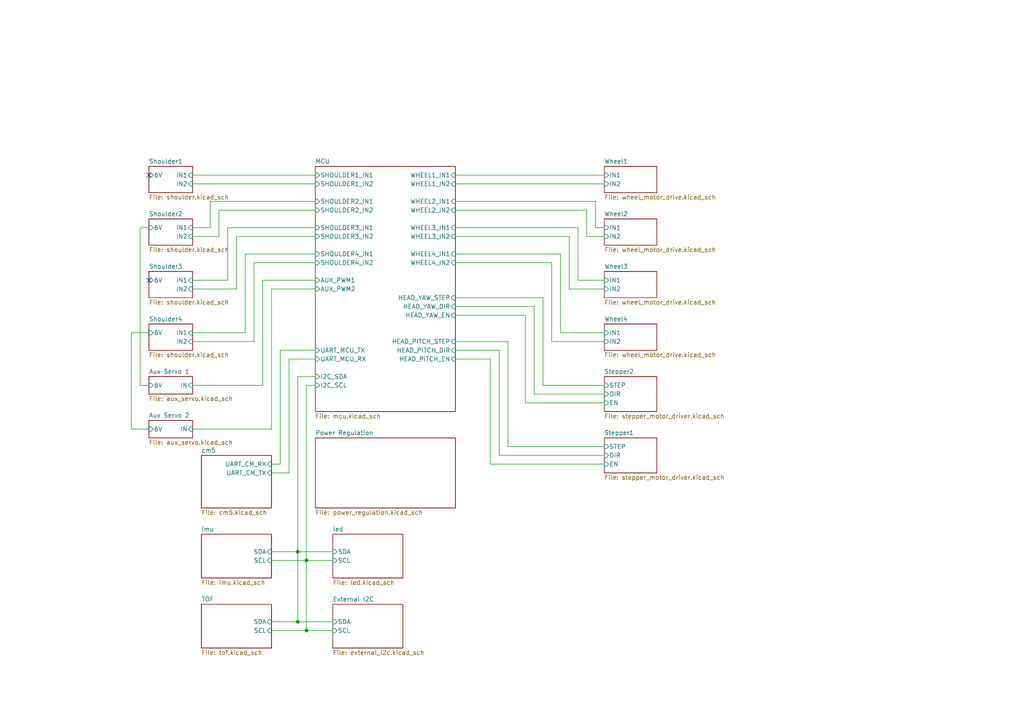
<source format=kicad_sch>
(kicad_sch
	(version 20250114)
	(generator "eeschema")
	(generator_version "9.0")
	(uuid "2d683b82-bb1f-4b9d-bdef-4d51839c064e")
	(paper "A4")
	(lib_symbols)
	(junction
		(at 86.36 160.02)
		(diameter 0)
		(color 0 0 0 0)
		(uuid "2d03cb88-afd3-46b7-ad86-9273017fca7d")
	)
	(junction
		(at 88.9 182.88)
		(diameter 0)
		(color 0 0 0 0)
		(uuid "3215d41e-6b96-4ab2-a8c7-69ea4d69fab3")
	)
	(junction
		(at 88.9 162.56)
		(diameter 0)
		(color 0 0 0 0)
		(uuid "75d20f1a-de97-4ce0-ab45-da8c043ee106")
	)
	(junction
		(at 86.36 180.34)
		(diameter 0)
		(color 0 0 0 0)
		(uuid "b929071d-f495-4ea2-977b-087d6efa8917")
	)
	(no_connect
		(at 43.18 81.28)
		(uuid "2dc73e6a-66fe-444a-b8a9-273ab045a96b")
	)
	(no_connect
		(at 43.18 50.8)
		(uuid "852ea22c-6582-4308-bc63-814d72507bf2")
	)
	(wire
		(pts
			(xy 81.28 101.6) (xy 91.44 101.6)
		)
		(stroke
			(width 0)
			(type default)
		)
		(uuid "01bbe7bc-1dbf-49d2-b274-b4645d99a725")
	)
	(wire
		(pts
			(xy 91.44 66.04) (xy 66.04 66.04)
		)
		(stroke
			(width 0)
			(type default)
		)
		(uuid "06b9e52f-adda-41af-8db4-f78de5567cc6")
	)
	(wire
		(pts
			(xy 132.08 88.9) (xy 154.94 88.9)
		)
		(stroke
			(width 0)
			(type default)
		)
		(uuid "08ed453a-06a3-439a-8fc4-bcfdec175f8a")
	)
	(wire
		(pts
			(xy 60.96 58.42) (xy 60.96 66.04)
		)
		(stroke
			(width 0)
			(type default)
		)
		(uuid "095a26bf-7c22-45d6-9d3a-be535b6dad0e")
	)
	(wire
		(pts
			(xy 152.4 116.84) (xy 152.4 91.44)
		)
		(stroke
			(width 0)
			(type default)
		)
		(uuid "09770c7c-8d08-4211-ab6d-3e382151ebcb")
	)
	(wire
		(pts
			(xy 162.56 96.52) (xy 162.56 73.66)
		)
		(stroke
			(width 0)
			(type default)
		)
		(uuid "11b79861-471e-4eed-8ef0-93305e49ff79")
	)
	(wire
		(pts
			(xy 83.82 104.14) (xy 91.44 104.14)
		)
		(stroke
			(width 0)
			(type default)
		)
		(uuid "12cb700d-97c2-489a-9088-38b5940a7587")
	)
	(wire
		(pts
			(xy 154.94 88.9) (xy 154.94 114.3)
		)
		(stroke
			(width 0)
			(type default)
		)
		(uuid "1afa42f8-1c55-4aa7-bc07-c3ef09d19d3a")
	)
	(wire
		(pts
			(xy 86.36 109.22) (xy 91.44 109.22)
		)
		(stroke
			(width 0)
			(type default)
		)
		(uuid "2098e72d-45b3-4fdb-a8b8-eb7253da99a3")
	)
	(wire
		(pts
			(xy 78.74 137.16) (xy 83.82 137.16)
		)
		(stroke
			(width 0)
			(type default)
		)
		(uuid "263819fc-b2c1-46e0-8aa4-b30b5d3e6b23")
	)
	(wire
		(pts
			(xy 165.1 68.58) (xy 165.1 83.82)
		)
		(stroke
			(width 0)
			(type default)
		)
		(uuid "28f7be62-1753-415d-a98a-c7ab5a061e16")
	)
	(wire
		(pts
			(xy 55.88 99.06) (xy 73.66 99.06)
		)
		(stroke
			(width 0)
			(type default)
		)
		(uuid "314a0134-4ba5-4ead-b32b-ce2cf08c1535")
	)
	(wire
		(pts
			(xy 91.44 111.76) (xy 88.9 111.76)
		)
		(stroke
			(width 0)
			(type default)
		)
		(uuid "324a7ccc-9101-44ed-9f2e-334cc3cccd32")
	)
	(wire
		(pts
			(xy 154.94 114.3) (xy 175.26 114.3)
		)
		(stroke
			(width 0)
			(type default)
		)
		(uuid "3b9a61b0-c648-4e96-b8bb-a24b82a2fb55")
	)
	(wire
		(pts
			(xy 88.9 162.56) (xy 96.52 162.56)
		)
		(stroke
			(width 0)
			(type default)
		)
		(uuid "42b78f39-997b-4cbe-8ce1-a72b404d0bb0")
	)
	(wire
		(pts
			(xy 157.48 86.36) (xy 132.08 86.36)
		)
		(stroke
			(width 0)
			(type default)
		)
		(uuid "4521a5a0-34ca-4a18-b55b-f01083f0c097")
	)
	(wire
		(pts
			(xy 68.58 83.82) (xy 68.58 68.58)
		)
		(stroke
			(width 0)
			(type default)
		)
		(uuid "45cbb051-42d4-4a63-8350-d36678647467")
	)
	(wire
		(pts
			(xy 73.66 76.2) (xy 91.44 76.2)
		)
		(stroke
			(width 0)
			(type default)
		)
		(uuid "49a889ad-0455-49dd-abd5-759b269572da")
	)
	(wire
		(pts
			(xy 144.78 101.6) (xy 144.78 132.08)
		)
		(stroke
			(width 0)
			(type default)
		)
		(uuid "4dca446f-35a3-4e90-9ac8-1ca65728d8de")
	)
	(wire
		(pts
			(xy 83.82 137.16) (xy 83.82 104.14)
		)
		(stroke
			(width 0)
			(type default)
		)
		(uuid "4ea3acec-3b41-4d0e-a5a9-bbdd51a01aa3")
	)
	(wire
		(pts
			(xy 78.74 160.02) (xy 86.36 160.02)
		)
		(stroke
			(width 0)
			(type default)
		)
		(uuid "533e55c5-adf6-42bb-8068-68e2cea05fa8")
	)
	(wire
		(pts
			(xy 142.24 134.62) (xy 175.26 134.62)
		)
		(stroke
			(width 0)
			(type default)
		)
		(uuid "58c58415-052c-4439-b2d3-30b20ca0957f")
	)
	(wire
		(pts
			(xy 55.88 66.04) (xy 60.96 66.04)
		)
		(stroke
			(width 0)
			(type default)
		)
		(uuid "58cb2a92-50c9-4133-973f-7f1676a49f95")
	)
	(wire
		(pts
			(xy 147.32 129.54) (xy 147.32 99.06)
		)
		(stroke
			(width 0)
			(type default)
		)
		(uuid "598fe220-7fe6-4ce9-821e-c579dc3c02ad")
	)
	(wire
		(pts
			(xy 132.08 53.34) (xy 175.26 53.34)
		)
		(stroke
			(width 0)
			(type default)
		)
		(uuid "63a211ea-6bcd-4e24-b380-f2b21e3ae8b4")
	)
	(wire
		(pts
			(xy 175.26 96.52) (xy 162.56 96.52)
		)
		(stroke
			(width 0)
			(type default)
		)
		(uuid "63b9f8de-2588-4e53-a31d-6c6606cb5947")
	)
	(wire
		(pts
			(xy 160.02 99.06) (xy 175.26 99.06)
		)
		(stroke
			(width 0)
			(type default)
		)
		(uuid "698e3adf-e893-4dce-81d3-3b6adb6cebfd")
	)
	(wire
		(pts
			(xy 86.36 180.34) (xy 86.36 160.02)
		)
		(stroke
			(width 0)
			(type default)
		)
		(uuid "69da1fea-46ad-4dd0-a720-51c6b1b6779f")
	)
	(wire
		(pts
			(xy 91.44 58.42) (xy 60.96 58.42)
		)
		(stroke
			(width 0)
			(type default)
		)
		(uuid "6a04ab17-49ed-4efe-8807-2ef3b7c9d27f")
	)
	(wire
		(pts
			(xy 88.9 182.88) (xy 96.52 182.88)
		)
		(stroke
			(width 0)
			(type default)
		)
		(uuid "6a0b3a70-6100-43fd-965d-a184649d8e35")
	)
	(wire
		(pts
			(xy 55.88 124.46) (xy 78.74 124.46)
		)
		(stroke
			(width 0)
			(type default)
		)
		(uuid "6a761281-becc-4564-8b04-9aec349201a8")
	)
	(wire
		(pts
			(xy 86.36 160.02) (xy 96.52 160.02)
		)
		(stroke
			(width 0)
			(type default)
		)
		(uuid "6ae400dc-8e80-4bdf-8435-715c70f88f05")
	)
	(wire
		(pts
			(xy 172.72 58.42) (xy 132.08 58.42)
		)
		(stroke
			(width 0)
			(type default)
		)
		(uuid "6f98fc3c-5e98-4075-bb2c-f26389c0f8ee")
	)
	(wire
		(pts
			(xy 132.08 68.58) (xy 165.1 68.58)
		)
		(stroke
			(width 0)
			(type default)
		)
		(uuid "700c4f1f-349d-430e-be71-ccea02b0b336")
	)
	(wire
		(pts
			(xy 142.24 104.14) (xy 132.08 104.14)
		)
		(stroke
			(width 0)
			(type default)
		)
		(uuid "71314ebc-f1ed-4efa-af80-41b119132efc")
	)
	(wire
		(pts
			(xy 81.28 134.62) (xy 81.28 101.6)
		)
		(stroke
			(width 0)
			(type default)
		)
		(uuid "71785086-b5ad-46dc-b3bf-0e2f2179ed36")
	)
	(wire
		(pts
			(xy 76.2 81.28) (xy 91.44 81.28)
		)
		(stroke
			(width 0)
			(type default)
		)
		(uuid "75725976-a0c5-4a79-8462-08013e6d6dfa")
	)
	(wire
		(pts
			(xy 66.04 81.28) (xy 55.88 81.28)
		)
		(stroke
			(width 0)
			(type default)
		)
		(uuid "79f2752d-268b-48fe-bd02-c299d41c1098")
	)
	(wire
		(pts
			(xy 152.4 116.84) (xy 175.26 116.84)
		)
		(stroke
			(width 0)
			(type default)
		)
		(uuid "7cb251aa-8525-49bf-a14e-adb6508e9122")
	)
	(wire
		(pts
			(xy 167.64 81.28) (xy 167.64 66.04)
		)
		(stroke
			(width 0)
			(type default)
		)
		(uuid "7f7a1cd3-e767-45cc-a412-07dc6042fc12")
	)
	(wire
		(pts
			(xy 71.12 96.52) (xy 55.88 96.52)
		)
		(stroke
			(width 0)
			(type default)
		)
		(uuid "8109e91e-4500-4267-9752-c107a85ae188")
	)
	(wire
		(pts
			(xy 40.64 111.76) (xy 43.18 111.76)
		)
		(stroke
			(width 0)
			(type default)
		)
		(uuid "8561be1c-5285-49f1-851a-27e195ee050d")
	)
	(wire
		(pts
			(xy 86.36 180.34) (xy 96.52 180.34)
		)
		(stroke
			(width 0)
			(type default)
		)
		(uuid "897c4425-6a1c-42e5-8435-8510c0f92222")
	)
	(wire
		(pts
			(xy 167.64 66.04) (xy 132.08 66.04)
		)
		(stroke
			(width 0)
			(type default)
		)
		(uuid "8c31596b-5d40-4ef1-99ca-0ad936416c41")
	)
	(wire
		(pts
			(xy 142.24 134.62) (xy 142.24 104.14)
		)
		(stroke
			(width 0)
			(type default)
		)
		(uuid "8f24427f-1c37-4ca3-b292-f4350ed22d2c")
	)
	(wire
		(pts
			(xy 147.32 99.06) (xy 132.08 99.06)
		)
		(stroke
			(width 0)
			(type default)
		)
		(uuid "97083af6-a6c5-4047-9e78-bcb05e4a391a")
	)
	(wire
		(pts
			(xy 55.88 50.8) (xy 91.44 50.8)
		)
		(stroke
			(width 0)
			(type default)
		)
		(uuid "97371c74-9818-45a2-8abd-f8f8f329e13a")
	)
	(wire
		(pts
			(xy 55.88 68.58) (xy 63.5 68.58)
		)
		(stroke
			(width 0)
			(type default)
		)
		(uuid "98cde317-b107-4ff2-9fa0-150639cd8d28")
	)
	(wire
		(pts
			(xy 88.9 162.56) (xy 78.74 162.56)
		)
		(stroke
			(width 0)
			(type default)
		)
		(uuid "993bd015-cb95-43c6-9074-22fa21a28e36")
	)
	(wire
		(pts
			(xy 66.04 66.04) (xy 66.04 81.28)
		)
		(stroke
			(width 0)
			(type default)
		)
		(uuid "9f592d09-3a84-4201-8124-c530d05244f7")
	)
	(wire
		(pts
			(xy 38.1 96.52) (xy 38.1 124.46)
		)
		(stroke
			(width 0)
			(type default)
		)
		(uuid "a1f05055-7d2b-472d-98f5-6258c7000cc0")
	)
	(wire
		(pts
			(xy 43.18 66.04) (xy 40.64 66.04)
		)
		(stroke
			(width 0)
			(type default)
		)
		(uuid "a319d1c4-cc20-4a74-8234-88266c9bafe5")
	)
	(wire
		(pts
			(xy 73.66 99.06) (xy 73.66 76.2)
		)
		(stroke
			(width 0)
			(type default)
		)
		(uuid "a6d3cdc6-c7c0-4a5f-8703-790ea30c30c3")
	)
	(wire
		(pts
			(xy 132.08 101.6) (xy 144.78 101.6)
		)
		(stroke
			(width 0)
			(type default)
		)
		(uuid "a7672a94-5ba3-4430-93aa-f875b47323b1")
	)
	(wire
		(pts
			(xy 175.26 81.28) (xy 167.64 81.28)
		)
		(stroke
			(width 0)
			(type default)
		)
		(uuid "a8d6ff9f-5bcc-47e9-9447-a77bac2c02f6")
	)
	(wire
		(pts
			(xy 162.56 73.66) (xy 132.08 73.66)
		)
		(stroke
			(width 0)
			(type default)
		)
		(uuid "aab7c0fa-319c-4fa6-a23f-6e21c57e3f00")
	)
	(wire
		(pts
			(xy 76.2 111.76) (xy 55.88 111.76)
		)
		(stroke
			(width 0)
			(type default)
		)
		(uuid "b36bfb32-46a6-4025-8411-96c1ae10ec53")
	)
	(wire
		(pts
			(xy 170.18 68.58) (xy 175.26 68.58)
		)
		(stroke
			(width 0)
			(type default)
		)
		(uuid "b37c2353-12bd-4a0b-be76-25b79ea643dc")
	)
	(wire
		(pts
			(xy 160.02 76.2) (xy 160.02 99.06)
		)
		(stroke
			(width 0)
			(type default)
		)
		(uuid "c05b7a28-8a6b-44ac-bad1-c678c0ddcfc9")
	)
	(wire
		(pts
			(xy 132.08 76.2) (xy 160.02 76.2)
		)
		(stroke
			(width 0)
			(type default)
		)
		(uuid "c1fa4410-f556-48ca-b39b-cedf991c5765")
	)
	(wire
		(pts
			(xy 55.88 83.82) (xy 68.58 83.82)
		)
		(stroke
			(width 0)
			(type default)
		)
		(uuid "c33ccc69-a324-4329-a9bf-2a3b4e5b96d8")
	)
	(wire
		(pts
			(xy 43.18 96.52) (xy 38.1 96.52)
		)
		(stroke
			(width 0)
			(type default)
		)
		(uuid "c3edf9c0-f6c9-4749-997e-61143d5c1e41")
	)
	(wire
		(pts
			(xy 147.32 129.54) (xy 175.26 129.54)
		)
		(stroke
			(width 0)
			(type default)
		)
		(uuid "c4ccd980-1353-4be2-ac20-3e1b938f87ff")
	)
	(wire
		(pts
			(xy 175.26 66.04) (xy 172.72 66.04)
		)
		(stroke
			(width 0)
			(type default)
		)
		(uuid "c94c26e1-a234-4928-819d-b47c5f8f1e03")
	)
	(wire
		(pts
			(xy 78.74 83.82) (xy 91.44 83.82)
		)
		(stroke
			(width 0)
			(type default)
		)
		(uuid "cb08c497-2024-4a7f-9672-83c6972314f3")
	)
	(wire
		(pts
			(xy 63.5 68.58) (xy 63.5 60.96)
		)
		(stroke
			(width 0)
			(type default)
		)
		(uuid "cdff6628-3132-49db-b400-b4e3f2135267")
	)
	(wire
		(pts
			(xy 55.88 53.34) (xy 91.44 53.34)
		)
		(stroke
			(width 0)
			(type default)
		)
		(uuid "ce8eac7a-d8b5-4fff-9d94-bd87ce502710")
	)
	(wire
		(pts
			(xy 157.48 111.76) (xy 157.48 86.36)
		)
		(stroke
			(width 0)
			(type default)
		)
		(uuid "cecd3125-6c59-4c6c-93bd-4a31c426df91")
	)
	(wire
		(pts
			(xy 88.9 182.88) (xy 78.74 182.88)
		)
		(stroke
			(width 0)
			(type default)
		)
		(uuid "cf54ca82-8c95-4085-9db3-ab20f25209ce")
	)
	(wire
		(pts
			(xy 170.18 60.96) (xy 170.18 68.58)
		)
		(stroke
			(width 0)
			(type default)
		)
		(uuid "d02f54b6-c29d-4524-aaaf-968b6e86bdd1")
	)
	(wire
		(pts
			(xy 68.58 68.58) (xy 91.44 68.58)
		)
		(stroke
			(width 0)
			(type default)
		)
		(uuid "d1c87969-416e-49d1-8911-e6107263bf93")
	)
	(wire
		(pts
			(xy 63.5 60.96) (xy 91.44 60.96)
		)
		(stroke
			(width 0)
			(type default)
		)
		(uuid "d55b6394-53c9-4a2e-a751-852202dac4b5")
	)
	(wire
		(pts
			(xy 91.44 73.66) (xy 71.12 73.66)
		)
		(stroke
			(width 0)
			(type default)
		)
		(uuid "db58118b-d45f-4812-a251-e178b351c7e9")
	)
	(wire
		(pts
			(xy 144.78 132.08) (xy 175.26 132.08)
		)
		(stroke
			(width 0)
			(type default)
		)
		(uuid "ded664af-63d8-4f87-9463-949ff45a9bab")
	)
	(wire
		(pts
			(xy 86.36 109.22) (xy 86.36 160.02)
		)
		(stroke
			(width 0)
			(type default)
		)
		(uuid "df97f241-f354-4cbc-9b49-c876786a316d")
	)
	(wire
		(pts
			(xy 165.1 83.82) (xy 175.26 83.82)
		)
		(stroke
			(width 0)
			(type default)
		)
		(uuid "e15e5d63-7aaf-4ec0-9331-c696c4f43259")
	)
	(wire
		(pts
			(xy 152.4 91.44) (xy 132.08 91.44)
		)
		(stroke
			(width 0)
			(type default)
		)
		(uuid "e2503665-c195-44ad-8b67-ccc6a9d09c67")
	)
	(wire
		(pts
			(xy 78.74 134.62) (xy 81.28 134.62)
		)
		(stroke
			(width 0)
			(type default)
		)
		(uuid "e2cea825-fe3a-4fd1-b84f-058aceac131c")
	)
	(wire
		(pts
			(xy 172.72 66.04) (xy 172.72 58.42)
		)
		(stroke
			(width 0)
			(type default)
		)
		(uuid "e3550afe-99d6-4197-85e9-095a9e52e84a")
	)
	(wire
		(pts
			(xy 76.2 81.28) (xy 76.2 111.76)
		)
		(stroke
			(width 0)
			(type default)
		)
		(uuid "e374b809-0c35-46a4-87c8-41cb5a30c955")
	)
	(wire
		(pts
			(xy 78.74 124.46) (xy 78.74 83.82)
		)
		(stroke
			(width 0)
			(type default)
		)
		(uuid "e3bfde69-92a2-4d1b-ae53-7a100886cd8e")
	)
	(wire
		(pts
			(xy 38.1 124.46) (xy 43.18 124.46)
		)
		(stroke
			(width 0)
			(type default)
		)
		(uuid "e656e567-394e-4bca-aa6b-5acb65e194b0")
	)
	(wire
		(pts
			(xy 71.12 73.66) (xy 71.12 96.52)
		)
		(stroke
			(width 0)
			(type default)
		)
		(uuid "e84de894-63e4-42ba-a147-e20559fa5f19")
	)
	(wire
		(pts
			(xy 78.74 180.34) (xy 86.36 180.34)
		)
		(stroke
			(width 0)
			(type default)
		)
		(uuid "ea313836-a669-402a-8e77-2556aa542b86")
	)
	(wire
		(pts
			(xy 88.9 162.56) (xy 88.9 182.88)
		)
		(stroke
			(width 0)
			(type default)
		)
		(uuid "ee935a10-2895-41ad-91b0-875710c259e6")
	)
	(wire
		(pts
			(xy 157.48 111.76) (xy 175.26 111.76)
		)
		(stroke
			(width 0)
			(type default)
		)
		(uuid "f267c12c-41b2-4213-b7e3-4e1623dbbd3d")
	)
	(wire
		(pts
			(xy 132.08 60.96) (xy 170.18 60.96)
		)
		(stroke
			(width 0)
			(type default)
		)
		(uuid "f6bf2e51-f5d0-43a4-bfda-3aade8550a65")
	)
	(wire
		(pts
			(xy 132.08 50.8) (xy 175.26 50.8)
		)
		(stroke
			(width 0)
			(type default)
		)
		(uuid "fb0529df-77c0-4ed0-b586-2a59eb34b0d7")
	)
	(wire
		(pts
			(xy 40.64 66.04) (xy 40.64 111.76)
		)
		(stroke
			(width 0)
			(type default)
		)
		(uuid "fb555f6e-ccd6-4b9d-bda5-5aca7357bf23")
	)
	(wire
		(pts
			(xy 88.9 111.76) (xy 88.9 162.56)
		)
		(stroke
			(width 0)
			(type default)
		)
		(uuid "fd1048d1-553e-4d3d-bba1-ccd42922656b")
	)
	(sheet
		(at 58.42 175.26)
		(size 20.32 12.7)
		(exclude_from_sim no)
		(in_bom yes)
		(on_board yes)
		(dnp no)
		(fields_autoplaced yes)
		(stroke
			(width 0.1524)
			(type solid)
		)
		(fill
			(color 0 0 0 0.0000)
		)
		(uuid "02539f15-fd26-47ef-b934-a79619d52c06")
		(property "Sheetname" "TOF"
			(at 58.42 174.5484 0)
			(effects
				(font
					(size 1.27 1.27)
				)
				(justify left bottom)
			)
		)
		(property "Sheetfile" "tof.kicad_sch"
			(at 58.42 188.5446 0)
			(effects
				(font
					(size 1.27 1.27)
				)
				(justify left top)
			)
		)
		(pin "SDA" input
			(at 78.74 180.34 0)
			(uuid "e0ccc8e1-8150-4005-9788-be2e121978b1")
			(effects
				(font
					(size 1.27 1.27)
				)
				(justify right)
			)
		)
		(pin "SCL" input
			(at 78.74 182.88 0)
			(uuid "8be9054e-dd93-4521-9614-17f4cc3a06ad")
			(effects
				(font
					(size 1.27 1.27)
				)
				(justify right)
			)
		)
		(instances
			(project "alarmbot"
				(path "/2d683b82-bb1f-4b9d-bdef-4d51839c064e"
					(page "15")
				)
			)
		)
	)
	(sheet
		(at 43.18 93.98)
		(size 12.7 7.62)
		(exclude_from_sim no)
		(in_bom yes)
		(on_board yes)
		(dnp no)
		(fields_autoplaced yes)
		(stroke
			(width 0.1524)
			(type solid)
		)
		(fill
			(color 0 0 0 0.0000)
		)
		(uuid "0b160db8-996f-41a1-a7bc-48c18ae83acd")
		(property "Sheetname" "Shoulder4"
			(at 43.18 93.2684 0)
			(effects
				(font
					(size 1.27 1.27)
				)
				(justify left bottom)
			)
		)
		(property "Sheetfile" "shoulder.kicad_sch"
			(at 43.18 102.1846 0)
			(effects
				(font
					(size 1.27 1.27)
				)
				(justify left top)
			)
		)
		(pin "IN1" input
			(at 55.88 96.52 0)
			(uuid "2fa8e163-ee47-479b-95d2-688ed6e1d005")
			(effects
				(font
					(size 1.27 1.27)
				)
				(justify right)
			)
		)
		(pin "IN2" input
			(at 55.88 99.06 0)
			(uuid "312e3a84-bbae-4b62-9221-d8f8cbd69313")
			(effects
				(font
					(size 1.27 1.27)
				)
				(justify right)
			)
		)
		(pin "6V" input
			(at 43.18 96.52 180)
			(uuid "160534c3-8f3e-410e-90f0-0b5b58d5c3eb")
			(effects
				(font
					(size 1.27 1.27)
				)
				(justify left)
			)
		)
		(instances
			(project "alarmbot"
				(path "/2d683b82-bb1f-4b9d-bdef-4d51839c064e"
					(page "19")
				)
			)
		)
	)
	(sheet
		(at 43.18 63.5)
		(size 12.7 7.62)
		(exclude_from_sim no)
		(in_bom yes)
		(on_board yes)
		(dnp no)
		(fields_autoplaced yes)
		(stroke
			(width 0.1524)
			(type solid)
		)
		(fill
			(color 0 0 0 0.0000)
		)
		(uuid "37ccf87b-80ca-4e47-8b1b-433f77ae32f1")
		(property "Sheetname" "Shoulder2"
			(at 43.18 62.7884 0)
			(effects
				(font
					(size 1.27 1.27)
				)
				(justify left bottom)
			)
		)
		(property "Sheetfile" "shoulder.kicad_sch"
			(at 43.18 71.7046 0)
			(effects
				(font
					(size 1.27 1.27)
				)
				(justify left top)
			)
		)
		(pin "IN1" input
			(at 55.88 66.04 0)
			(uuid "667078e7-b3b3-40c5-8c58-581eda3505ee")
			(effects
				(font
					(size 1.27 1.27)
				)
				(justify right)
			)
		)
		(pin "IN2" input
			(at 55.88 68.58 0)
			(uuid "0e7ea0a3-dbac-4a04-9398-7d882a5f1aa3")
			(effects
				(font
					(size 1.27 1.27)
				)
				(justify right)
			)
		)
		(pin "6V" input
			(at 43.18 66.04 180)
			(uuid "e40e7c69-59b3-4a05-bcfb-2df8856ff1a9")
			(effects
				(font
					(size 1.27 1.27)
				)
				(justify left)
			)
		)
		(instances
			(project "alarmbot"
				(path "/2d683b82-bb1f-4b9d-bdef-4d51839c064e"
					(page "17")
				)
			)
		)
	)
	(sheet
		(at 175.26 109.22)
		(size 15.24 10.16)
		(exclude_from_sim no)
		(in_bom yes)
		(on_board yes)
		(dnp no)
		(fields_autoplaced yes)
		(stroke
			(width 0.1524)
			(type solid)
		)
		(fill
			(color 0 0 0 0.0000)
		)
		(uuid "414579e7-9163-43fe-a5be-076c29ab478b")
		(property "Sheetname" "Stepper2"
			(at 175.26 108.5084 0)
			(effects
				(font
					(size 1.27 1.27)
				)
				(justify left bottom)
			)
		)
		(property "Sheetfile" "stepper_motor_driver.kicad_sch"
			(at 175.26 119.9646 0)
			(effects
				(font
					(size 1.27 1.27)
				)
				(justify left top)
			)
		)
		(pin "DIR" input
			(at 175.26 114.3 180)
			(uuid "7a5ff5e9-6f1f-495d-85ba-6d566d0bec3c")
			(effects
				(font
					(size 1.27 1.27)
				)
				(justify left)
			)
		)
		(pin "STEP" input
			(at 175.26 111.76 180)
			(uuid "cfd85c80-317a-4b29-8cbb-0e12d3f32e5b")
			(effects
				(font
					(size 1.27 1.27)
				)
				(justify left)
			)
		)
		(pin "EN" input
			(at 175.26 116.84 180)
			(uuid "7148d9bf-17a3-4243-814f-74e37dd68bea")
			(effects
				(font
					(size 1.27 1.27)
				)
				(justify left)
			)
		)
		(instances
			(project "alarmbot"
				(path "/2d683b82-bb1f-4b9d-bdef-4d51839c064e"
					(page "8")
				)
			)
		)
	)
	(sheet
		(at 175.26 93.98)
		(size 15.24 7.62)
		(exclude_from_sim no)
		(in_bom yes)
		(on_board yes)
		(dnp no)
		(fields_autoplaced yes)
		(stroke
			(width 0.1524)
			(type solid)
		)
		(fill
			(color 0 0 0 0.0000)
		)
		(uuid "4a142a78-f6ae-40cf-a18b-4bf41de79bb0")
		(property "Sheetname" "Wheel4"
			(at 175.26 93.2684 0)
			(effects
				(font
					(size 1.27 1.27)
				)
				(justify left bottom)
			)
		)
		(property "Sheetfile" "wheel_motor_drive.kicad_sch"
			(at 175.26 102.1846 0)
			(effects
				(font
					(size 1.27 1.27)
				)
				(justify left top)
			)
		)
		(pin "IN2" input
			(at 175.26 99.06 180)
			(uuid "a9e4a22a-e535-4ae8-8720-5c0dd7f5e7b2")
			(effects
				(font
					(size 1.27 1.27)
				)
				(justify left)
			)
		)
		(pin "IN1" input
			(at 175.26 96.52 180)
			(uuid "936167ac-4722-462a-b4d3-1b3032e56911")
			(effects
				(font
					(size 1.27 1.27)
				)
				(justify left)
			)
		)
		(instances
			(project "alarmbot"
				(path "/2d683b82-bb1f-4b9d-bdef-4d51839c064e"
					(page "5")
				)
			)
		)
	)
	(sheet
		(at 175.26 48.26)
		(size 15.24 7.62)
		(exclude_from_sim no)
		(in_bom yes)
		(on_board yes)
		(dnp no)
		(fields_autoplaced yes)
		(stroke
			(width 0.1524)
			(type solid)
		)
		(fill
			(color 0 0 0 0.0000)
		)
		(uuid "52e8b624-03e3-4616-92bf-a2351df97faf")
		(property "Sheetname" "Wheel1"
			(at 175.26 47.5484 0)
			(effects
				(font
					(size 1.27 1.27)
				)
				(justify left bottom)
			)
		)
		(property "Sheetfile" "wheel_motor_drive.kicad_sch"
			(at 175.26 56.4646 0)
			(effects
				(font
					(size 1.27 1.27)
				)
				(justify left top)
			)
		)
		(pin "IN2" input
			(at 175.26 53.34 180)
			(uuid "b8a6dc8e-37b4-4da2-a6fd-b3eff1868df8")
			(effects
				(font
					(size 1.27 1.27)
				)
				(justify left)
			)
		)
		(pin "IN1" input
			(at 175.26 50.8 180)
			(uuid "1e2bd9e3-3cc9-4887-b8ef-03807dc8f4d0")
			(effects
				(font
					(size 1.27 1.27)
				)
				(justify left)
			)
		)
		(instances
			(project "alarmbot"
				(path "/2d683b82-bb1f-4b9d-bdef-4d51839c064e"
					(page "2")
				)
			)
		)
	)
	(sheet
		(at 43.18 48.26)
		(size 12.7 7.62)
		(exclude_from_sim no)
		(in_bom yes)
		(on_board yes)
		(dnp no)
		(fields_autoplaced yes)
		(stroke
			(width 0.1524)
			(type solid)
		)
		(fill
			(color 0 0 0 0.0000)
		)
		(uuid "6f3fc0f5-dcc4-45fa-b1c2-b8c1de7e5d73")
		(property "Sheetname" "Shoulder1"
			(at 43.18 47.5484 0)
			(effects
				(font
					(size 1.27 1.27)
				)
				(justify left bottom)
			)
		)
		(property "Sheetfile" "shoulder.kicad_sch"
			(at 43.18 56.4646 0)
			(effects
				(font
					(size 1.27 1.27)
				)
				(justify left top)
			)
		)
		(pin "IN1" input
			(at 55.88 50.8 0)
			(uuid "3d87d325-d41a-485c-88de-bdbb77daf8a6")
			(effects
				(font
					(size 1.27 1.27)
				)
				(justify right)
			)
		)
		(pin "IN2" input
			(at 55.88 53.34 0)
			(uuid "e5f7278c-eb39-4b87-87e3-47677479bc20")
			(effects
				(font
					(size 1.27 1.27)
				)
				(justify right)
			)
		)
		(pin "6V" input
			(at 43.18 50.8 180)
			(uuid "e2637c1a-a702-4b5f-b434-3753f153393e")
			(effects
				(font
					(size 1.27 1.27)
				)
				(justify left)
			)
		)
		(instances
			(project "alarmbot"
				(path "/2d683b82-bb1f-4b9d-bdef-4d51839c064e"
					(page "10")
				)
			)
		)
	)
	(sheet
		(at 58.42 132.08)
		(size 20.32 15.24)
		(exclude_from_sim no)
		(in_bom yes)
		(on_board yes)
		(dnp no)
		(fields_autoplaced yes)
		(stroke
			(width 0.1524)
			(type solid)
		)
		(fill
			(color 0 0 0 0.0000)
		)
		(uuid "75a38997-97f8-4adc-9dad-60afe545bcde")
		(property "Sheetname" "cm5"
			(at 58.42 131.3684 0)
			(effects
				(font
					(size 1.27 1.27)
				)
				(justify left bottom)
			)
		)
		(property "Sheetfile" "cm5.kicad_sch"
			(at 58.42 147.9046 0)
			(effects
				(font
					(size 1.27 1.27)
				)
				(justify left top)
			)
		)
		(pin "UART_CM_RX" input
			(at 78.74 134.62 0)
			(uuid "05e8db6f-7ad2-4299-81ec-70bb7d71d066")
			(effects
				(font
					(size 1.27 1.27)
				)
				(justify right)
			)
		)
		(pin "UART_CM_TX" input
			(at 78.74 137.16 0)
			(uuid "851d1bcf-111e-4a9d-a65a-cb47d5e69c2f")
			(effects
				(font
					(size 1.27 1.27)
				)
				(justify right)
			)
		)
		(instances
			(project "alarmbot"
				(path "/2d683b82-bb1f-4b9d-bdef-4d51839c064e"
					(page "11")
				)
			)
		)
	)
	(sheet
		(at 58.42 154.94)
		(size 20.32 12.7)
		(exclude_from_sim no)
		(in_bom yes)
		(on_board yes)
		(dnp no)
		(fields_autoplaced yes)
		(stroke
			(width 0.1524)
			(type solid)
		)
		(fill
			(color 0 0 0 0.0000)
		)
		(uuid "776924d4-fe64-49f4-a4e1-8d8ba81dfa07")
		(property "Sheetname" "imu"
			(at 58.42 154.2284 0)
			(effects
				(font
					(size 1.27 1.27)
				)
				(justify left bottom)
			)
		)
		(property "Sheetfile" "imu.kicad_sch"
			(at 58.42 168.2246 0)
			(effects
				(font
					(size 1.27 1.27)
				)
				(justify left top)
			)
		)
		(pin "SCL" input
			(at 78.74 162.56 0)
			(uuid "d1546d6e-0e0a-43ab-ad6a-e560e589b60d")
			(effects
				(font
					(size 1.27 1.27)
				)
				(justify right)
			)
		)
		(pin "SDA" input
			(at 78.74 160.02 0)
			(uuid "856f7f5d-ed83-46dc-8617-3ea82f67546b")
			(effects
				(font
					(size 1.27 1.27)
				)
				(justify right)
			)
		)
		(instances
			(project "alarmbot"
				(path "/2d683b82-bb1f-4b9d-bdef-4d51839c064e"
					(page "12")
				)
			)
		)
	)
	(sheet
		(at 96.52 154.94)
		(size 20.32 12.7)
		(exclude_from_sim no)
		(in_bom yes)
		(on_board yes)
		(dnp no)
		(fields_autoplaced yes)
		(stroke
			(width 0.1524)
			(type solid)
		)
		(fill
			(color 0 0 0 0.0000)
		)
		(uuid "7e492754-7eb0-4f1e-9ddf-50f26c8ac92d")
		(property "Sheetname" "led"
			(at 96.52 154.2284 0)
			(effects
				(font
					(size 1.27 1.27)
				)
				(justify left bottom)
			)
		)
		(property "Sheetfile" "led.kicad_sch"
			(at 96.52 168.2246 0)
			(effects
				(font
					(size 1.27 1.27)
				)
				(justify left top)
			)
		)
		(pin "SCL" input
			(at 96.52 162.56 180)
			(uuid "0d2f478c-dad0-4375-967b-c122a3ccea41")
			(effects
				(font
					(size 1.27 1.27)
				)
				(justify left)
			)
		)
		(pin "SDA" input
			(at 96.52 160.02 180)
			(uuid "0842f863-8cba-4151-8832-4d07a0d43667")
			(effects
				(font
					(size 1.27 1.27)
				)
				(justify left)
			)
		)
		(instances
			(project "alarmbot"
				(path "/2d683b82-bb1f-4b9d-bdef-4d51839c064e"
					(page "22")
				)
			)
		)
	)
	(sheet
		(at 175.26 78.74)
		(size 15.24 7.62)
		(exclude_from_sim no)
		(in_bom yes)
		(on_board yes)
		(dnp no)
		(fields_autoplaced yes)
		(stroke
			(width 0.1524)
			(type solid)
		)
		(fill
			(color 0 0 0 0.0000)
		)
		(uuid "8316a6dc-8176-4b8b-a537-eebe6dfeea59")
		(property "Sheetname" "Wheel3"
			(at 175.26 78.0284 0)
			(effects
				(font
					(size 1.27 1.27)
				)
				(justify left bottom)
			)
		)
		(property "Sheetfile" "wheel_motor_drive.kicad_sch"
			(at 175.26 86.9446 0)
			(effects
				(font
					(size 1.27 1.27)
				)
				(justify left top)
			)
		)
		(pin "IN2" input
			(at 175.26 83.82 180)
			(uuid "18d8b700-2a0e-4bd9-bf42-9553291b37d6")
			(effects
				(font
					(size 1.27 1.27)
				)
				(justify left)
			)
		)
		(pin "IN1" input
			(at 175.26 81.28 180)
			(uuid "edbb1e00-92d6-46ef-9f0d-c699981e8042")
			(effects
				(font
					(size 1.27 1.27)
				)
				(justify left)
			)
		)
		(instances
			(project "alarmbot"
				(path "/2d683b82-bb1f-4b9d-bdef-4d51839c064e"
					(page "4")
				)
			)
		)
	)
	(sheet
		(at 43.18 121.92)
		(size 12.7 5.08)
		(exclude_from_sim no)
		(in_bom yes)
		(on_board yes)
		(dnp no)
		(fields_autoplaced yes)
		(stroke
			(width 0.1524)
			(type solid)
		)
		(fill
			(color 0 0 0 0.0000)
		)
		(uuid "94fcfebc-9175-4741-af7a-480e2c871290")
		(property "Sheetname" "Aux Servo 2"
			(at 43.18 121.2084 0)
			(effects
				(font
					(size 1.27 1.27)
				)
				(justify left bottom)
			)
		)
		(property "Sheetfile" "aux_servo.kicad_sch"
			(at 43.18 127.5846 0)
			(effects
				(font
					(size 1.27 1.27)
				)
				(justify left top)
			)
		)
		(pin "6V" input
			(at 43.18 124.46 180)
			(uuid "364ff239-5418-42ad-a354-95aee80a79e6")
			(effects
				(font
					(size 1.27 1.27)
				)
				(justify left)
			)
		)
		(pin "IN" input
			(at 55.88 124.46 0)
			(uuid "f4bcd408-6f2b-4833-802d-48189bb7c01c")
			(effects
				(font
					(size 1.27 1.27)
				)
				(justify right)
			)
		)
		(instances
			(project "alarmbot"
				(path "/2d683b82-bb1f-4b9d-bdef-4d51839c064e"
					(page "20")
				)
			)
		)
	)
	(sheet
		(at 91.44 48.26)
		(size 40.64 71.12)
		(exclude_from_sim no)
		(in_bom yes)
		(on_board yes)
		(dnp no)
		(fields_autoplaced yes)
		(stroke
			(width 0.1524)
			(type solid)
		)
		(fill
			(color 0 0 0 0.0000)
		)
		(uuid "9af5d045-3a50-4d71-893f-b2ce3b6794b4")
		(property "Sheetname" "MCU"
			(at 91.44 47.5484 0)
			(effects
				(font
					(size 1.27 1.27)
				)
				(justify left bottom)
			)
		)
		(property "Sheetfile" "mcu.kicad_sch"
			(at 91.44 119.9646 0)
			(effects
				(font
					(size 1.27 1.27)
				)
				(justify left top)
			)
		)
		(pin "WHEEL1_IN1" input
			(at 132.08 50.8 0)
			(uuid "241ed447-1ea1-4f70-8068-774042c1c19d")
			(effects
				(font
					(size 1.27 1.27)
				)
				(justify right)
			)
		)
		(pin "WHEEL1_IN2" input
			(at 132.08 53.34 0)
			(uuid "46a839fe-4f06-4b8a-b0b8-88100b7f95f6")
			(effects
				(font
					(size 1.27 1.27)
				)
				(justify right)
			)
		)
		(pin "WHEEL2_IN1" input
			(at 132.08 58.42 0)
			(uuid "3746f37f-a738-4c48-88ce-53dbc4916f78")
			(effects
				(font
					(size 1.27 1.27)
				)
				(justify right)
			)
		)
		(pin "WHEEL2_IN2" input
			(at 132.08 60.96 0)
			(uuid "8d45bef0-a220-4baa-a163-66fc5e4a760c")
			(effects
				(font
					(size 1.27 1.27)
				)
				(justify right)
			)
		)
		(pin "WHEEL3_IN1" input
			(at 132.08 66.04 0)
			(uuid "3c903d68-7077-43dd-b8fc-8cd9b996ceea")
			(effects
				(font
					(size 1.27 1.27)
				)
				(justify right)
			)
		)
		(pin "WHEEL3_IN2" input
			(at 132.08 68.58 0)
			(uuid "ca3bc597-c86d-4d67-ad6a-710d925abe1b")
			(effects
				(font
					(size 1.27 1.27)
				)
				(justify right)
			)
		)
		(pin "WHEEL4_IN1" input
			(at 132.08 73.66 0)
			(uuid "a01ae7eb-6eb5-4013-b365-959bcd9e157a")
			(effects
				(font
					(size 1.27 1.27)
				)
				(justify right)
			)
		)
		(pin "WHEEL4_IN2" input
			(at 132.08 76.2 0)
			(uuid "3622553e-9a5d-4579-884e-283f06b76262")
			(effects
				(font
					(size 1.27 1.27)
				)
				(justify right)
			)
		)
		(pin "HEAD_YAW_STEP" input
			(at 132.08 86.36 0)
			(uuid "68247b7c-b063-4a60-a288-f3664d6bf222")
			(effects
				(font
					(size 1.27 1.27)
				)
				(justify right)
			)
		)
		(pin "HEAD_YAW_DIR" input
			(at 132.08 88.9 0)
			(uuid "3790c695-dfcc-4bf8-84f3-0b06a2c5a652")
			(effects
				(font
					(size 1.27 1.27)
				)
				(justify right)
			)
		)
		(pin "HEAD_PITCH_STEP" input
			(at 132.08 99.06 0)
			(uuid "e6f2d4f6-618f-4cb2-8461-4548171b09aa")
			(effects
				(font
					(size 1.27 1.27)
				)
				(justify right)
			)
		)
		(pin "HEAD_PITCH_DIR" input
			(at 132.08 101.6 0)
			(uuid "df8ffafa-70c7-4b19-a0e0-ebc6abb174a8")
			(effects
				(font
					(size 1.27 1.27)
				)
				(justify right)
			)
		)
		(pin "HEAD_YAW_EN" input
			(at 132.08 91.44 0)
			(uuid "465d249f-3c70-4278-8ec7-d8b3b8e2fad4")
			(effects
				(font
					(size 1.27 1.27)
				)
				(justify right)
			)
		)
		(pin "HEAD_PITCH_EN" input
			(at 132.08 104.14 0)
			(uuid "4f8ba889-8ba6-4498-a3e6-0156687d674e")
			(effects
				(font
					(size 1.27 1.27)
				)
				(justify right)
			)
		)
		(pin "SHOULDER1_IN2" input
			(at 91.44 53.34 180)
			(uuid "0db219b2-a8c3-4687-a488-6a784043503e")
			(effects
				(font
					(size 1.27 1.27)
				)
				(justify left)
			)
		)
		(pin "SHOULDER1_IN1" input
			(at 91.44 50.8 180)
			(uuid "1d3e18e7-668c-44bd-8644-43a2aec4b2d7")
			(effects
				(font
					(size 1.27 1.27)
				)
				(justify left)
			)
		)
		(pin "SHOULDER2_IN1" input
			(at 91.44 58.42 180)
			(uuid "ae03cd41-3336-4d41-994d-0605ec003abc")
			(effects
				(font
					(size 1.27 1.27)
				)
				(justify left)
			)
		)
		(pin "SHOULDER2_IN2" input
			(at 91.44 60.96 180)
			(uuid "6389e46f-1ee6-4fd3-9224-a23e655ed799")
			(effects
				(font
					(size 1.27 1.27)
				)
				(justify left)
			)
		)
		(pin "SHOULDER3_IN1" input
			(at 91.44 66.04 180)
			(uuid "3fe06f9f-2666-4886-a780-198ee7b781dd")
			(effects
				(font
					(size 1.27 1.27)
				)
				(justify left)
			)
		)
		(pin "SHOULDER3_IN2" input
			(at 91.44 68.58 180)
			(uuid "e8085ed6-1222-421a-859d-669382d761a2")
			(effects
				(font
					(size 1.27 1.27)
				)
				(justify left)
			)
		)
		(pin "SHOULDER4_IN1" input
			(at 91.44 73.66 180)
			(uuid "8a44271e-4a4f-44d5-b8b8-0cd37f50899d")
			(effects
				(font
					(size 1.27 1.27)
				)
				(justify left)
			)
		)
		(pin "SHOULDER4_IN2" input
			(at 91.44 76.2 180)
			(uuid "820ced96-e11f-473d-a839-57c1ee6c5e26")
			(effects
				(font
					(size 1.27 1.27)
				)
				(justify left)
			)
		)
		(pin "I2C_SDA" input
			(at 91.44 109.22 180)
			(uuid "34e6b575-6b9f-4114-8e93-d20ce715298d")
			(effects
				(font
					(size 1.27 1.27)
				)
				(justify left)
			)
		)
		(pin "I2C_SCL" input
			(at 91.44 111.76 180)
			(uuid "61e0024c-1d36-4de4-b2c7-0ecf716802e8")
			(effects
				(font
					(size 1.27 1.27)
				)
				(justify left)
			)
		)
		(pin "UART_MCU_TX" input
			(at 91.44 101.6 180)
			(uuid "4e1b83b2-e029-408c-8576-be60b27aa033")
			(effects
				(font
					(size 1.27 1.27)
				)
				(justify left)
			)
		)
		(pin "UART_MCU_RX" input
			(at 91.44 104.14 180)
			(uuid "09bbe4d5-f64b-484d-a452-b63ee28f13ce")
			(effects
				(font
					(size 1.27 1.27)
				)
				(justify left)
			)
		)
		(pin "AUX_PWM1" input
			(at 91.44 81.28 180)
			(uuid "283b8f3a-5911-4f5c-b587-c034329aaa6d")
			(effects
				(font
					(size 1.27 1.27)
				)
				(justify left)
			)
		)
		(pin "AUX_PWM2" input
			(at 91.44 83.82 180)
			(uuid "54282845-2ff7-4e3c-bdff-87f2a18056da")
			(effects
				(font
					(size 1.27 1.27)
				)
				(justify left)
			)
		)
		(instances
			(project "alarmbot"
				(path "/2d683b82-bb1f-4b9d-bdef-4d51839c064e"
					(page "7")
				)
			)
		)
	)
	(sheet
		(at 91.44 127)
		(size 40.64 20.32)
		(exclude_from_sim no)
		(in_bom yes)
		(on_board yes)
		(dnp no)
		(fields_autoplaced yes)
		(stroke
			(width 0.1524)
			(type solid)
		)
		(fill
			(color 0 0 0 0.0000)
		)
		(uuid "b133899e-9ce4-44e8-9325-2e5c6afaa493")
		(property "Sheetname" "Power Regulation"
			(at 91.44 126.2884 0)
			(effects
				(font
					(size 1.27 1.27)
				)
				(justify left bottom)
			)
		)
		(property "Sheetfile" "power_regulation.kicad_sch"
			(at 91.44 147.9046 0)
			(effects
				(font
					(size 1.27 1.27)
				)
				(justify left top)
			)
		)
		(instances
			(project "alarmbot"
				(path "/2d683b82-bb1f-4b9d-bdef-4d51839c064e"
					(page "9")
				)
			)
		)
	)
	(sheet
		(at 96.52 175.26)
		(size 20.32 12.7)
		(exclude_from_sim no)
		(in_bom yes)
		(on_board yes)
		(dnp no)
		(fields_autoplaced yes)
		(stroke
			(width 0.1524)
			(type solid)
		)
		(fill
			(color 0 0 0 0.0000)
		)
		(uuid "b1700953-9d66-4457-8217-89fea7c6e6c0")
		(property "Sheetname" "External I2C"
			(at 96.52 174.5484 0)
			(effects
				(font
					(size 1.27 1.27)
				)
				(justify left bottom)
			)
		)
		(property "Sheetfile" "external_i2c.kicad_sch"
			(at 96.52 188.5446 0)
			(effects
				(font
					(size 1.27 1.27)
				)
				(justify left top)
			)
		)
		(pin "SDA" input
			(at 96.52 180.34 180)
			(uuid "65bbcd53-6071-4f76-97a6-8458e232a7b6")
			(effects
				(font
					(size 1.27 1.27)
				)
				(justify left)
			)
		)
		(pin "SCL" input
			(at 96.52 182.88 180)
			(uuid "6002ec9f-9db7-423a-87c4-5b3dbe4de29d")
			(effects
				(font
					(size 1.27 1.27)
				)
				(justify left)
			)
		)
		(instances
			(project "alarmbot"
				(path "/2d683b82-bb1f-4b9d-bdef-4d51839c064e"
					(page "21")
				)
			)
		)
	)
	(sheet
		(at 43.18 78.74)
		(size 12.7 7.62)
		(exclude_from_sim no)
		(in_bom yes)
		(on_board yes)
		(dnp no)
		(fields_autoplaced yes)
		(stroke
			(width 0.1524)
			(type solid)
		)
		(fill
			(color 0 0 0 0.0000)
		)
		(uuid "be3f2954-ddad-49e5-8110-cd36a7017fbc")
		(property "Sheetname" "Shoulder3"
			(at 43.18 78.0284 0)
			(effects
				(font
					(size 1.27 1.27)
				)
				(justify left bottom)
			)
		)
		(property "Sheetfile" "shoulder.kicad_sch"
			(at 43.18 86.9446 0)
			(effects
				(font
					(size 1.27 1.27)
				)
				(justify left top)
			)
		)
		(pin "IN1" input
			(at 55.88 81.28 0)
			(uuid "f0415970-1ae3-4ef8-a659-4d601dad5b89")
			(effects
				(font
					(size 1.27 1.27)
				)
				(justify right)
			)
		)
		(pin "IN2" input
			(at 55.88 83.82 0)
			(uuid "a73cf238-b54e-48b3-b8dc-e5883038d5c6")
			(effects
				(font
					(size 1.27 1.27)
				)
				(justify right)
			)
		)
		(pin "6V" input
			(at 43.18 81.28 180)
			(uuid "a2a8a0b4-727a-47b9-ae97-e5fbc3ed1976")
			(effects
				(font
					(size 1.27 1.27)
				)
				(justify left)
			)
		)
		(instances
			(project "alarmbot"
				(path "/2d683b82-bb1f-4b9d-bdef-4d51839c064e"
					(page "18")
				)
			)
		)
	)
	(sheet
		(at 175.26 127)
		(size 15.24 10.16)
		(exclude_from_sim no)
		(in_bom yes)
		(on_board yes)
		(dnp no)
		(fields_autoplaced yes)
		(stroke
			(width 0.1524)
			(type solid)
		)
		(fill
			(color 0 0 0 0.0000)
		)
		(uuid "c4033b66-5126-4cc0-8e34-36b7ba59f03e")
		(property "Sheetname" "Stepper1"
			(at 175.26 126.2884 0)
			(effects
				(font
					(size 1.27 1.27)
				)
				(justify left bottom)
			)
		)
		(property "Sheetfile" "stepper_motor_driver.kicad_sch"
			(at 175.26 137.7446 0)
			(effects
				(font
					(size 1.27 1.27)
				)
				(justify left top)
			)
		)
		(pin "DIR" input
			(at 175.26 132.08 180)
			(uuid "dc01f1a3-d246-4c24-8c22-cc33ab7ef3c2")
			(effects
				(font
					(size 1.27 1.27)
				)
				(justify left)
			)
		)
		(pin "STEP" input
			(at 175.26 129.54 180)
			(uuid "3a3cdd71-ef8d-4651-ad2f-06d4cc07146a")
			(effects
				(font
					(size 1.27 1.27)
				)
				(justify left)
			)
		)
		(pin "EN" input
			(at 175.26 134.62 180)
			(uuid "cbfe7e29-a0ad-4168-8194-6f44c8161b96")
			(effects
				(font
					(size 1.27 1.27)
				)
				(justify left)
			)
		)
		(instances
			(project "alarmbot"
				(path "/2d683b82-bb1f-4b9d-bdef-4d51839c064e"
					(page "6")
				)
			)
		)
	)
	(sheet
		(at 175.26 63.5)
		(size 15.24 7.62)
		(exclude_from_sim no)
		(in_bom yes)
		(on_board yes)
		(dnp no)
		(fields_autoplaced yes)
		(stroke
			(width 0.1524)
			(type solid)
		)
		(fill
			(color 0 0 0 0.0000)
		)
		(uuid "ea3b7e47-86bc-470b-b738-5af2b0528b13")
		(property "Sheetname" "Wheel2"
			(at 175.26 62.7884 0)
			(effects
				(font
					(size 1.27 1.27)
				)
				(justify left bottom)
			)
		)
		(property "Sheetfile" "wheel_motor_drive.kicad_sch"
			(at 175.26 71.7046 0)
			(effects
				(font
					(size 1.27 1.27)
				)
				(justify left top)
			)
		)
		(pin "IN2" input
			(at 175.26 68.58 180)
			(uuid "60d75ff6-3c89-4876-82b0-2d063c7d71c1")
			(effects
				(font
					(size 1.27 1.27)
				)
				(justify left)
			)
		)
		(pin "IN1" input
			(at 175.26 66.04 180)
			(uuid "806baf45-ab8f-4e40-8a54-51e689b48e3a")
			(effects
				(font
					(size 1.27 1.27)
				)
				(justify left)
			)
		)
		(instances
			(project "alarmbot"
				(path "/2d683b82-bb1f-4b9d-bdef-4d51839c064e"
					(page "3")
				)
			)
		)
	)
	(sheet
		(at 43.18 109.22)
		(size 12.7 5.08)
		(exclude_from_sim no)
		(in_bom yes)
		(on_board yes)
		(dnp no)
		(fields_autoplaced yes)
		(stroke
			(width 0.1524)
			(type solid)
		)
		(fill
			(color 0 0 0 0.0000)
		)
		(uuid "f1edd638-203c-4240-9a5d-f4c72b0b2ae8")
		(property "Sheetname" "Aux Servo 1"
			(at 43.18 108.5084 0)
			(effects
				(font
					(size 1.27 1.27)
				)
				(justify left bottom)
			)
		)
		(property "Sheetfile" "aux_servo.kicad_sch"
			(at 43.18 114.8846 0)
			(effects
				(font
					(size 1.27 1.27)
				)
				(justify left top)
			)
		)
		(pin "6V" input
			(at 43.18 111.76 180)
			(uuid "46d79491-ef25-42cd-b627-186022f5586d")
			(effects
				(font
					(size 1.27 1.27)
				)
				(justify left)
			)
		)
		(pin "IN" input
			(at 55.88 111.76 0)
			(uuid "89213083-c690-4e9a-ac5a-c576b43b1d4d")
			(effects
				(font
					(size 1.27 1.27)
				)
				(justify right)
			)
		)
		(instances
			(project "alarmbot"
				(path "/2d683b82-bb1f-4b9d-bdef-4d51839c064e"
					(page "16")
				)
			)
		)
	)
	(sheet_instances
		(path "/"
			(page "1")
		)
	)
	(embedded_fonts no)
)

</source>
